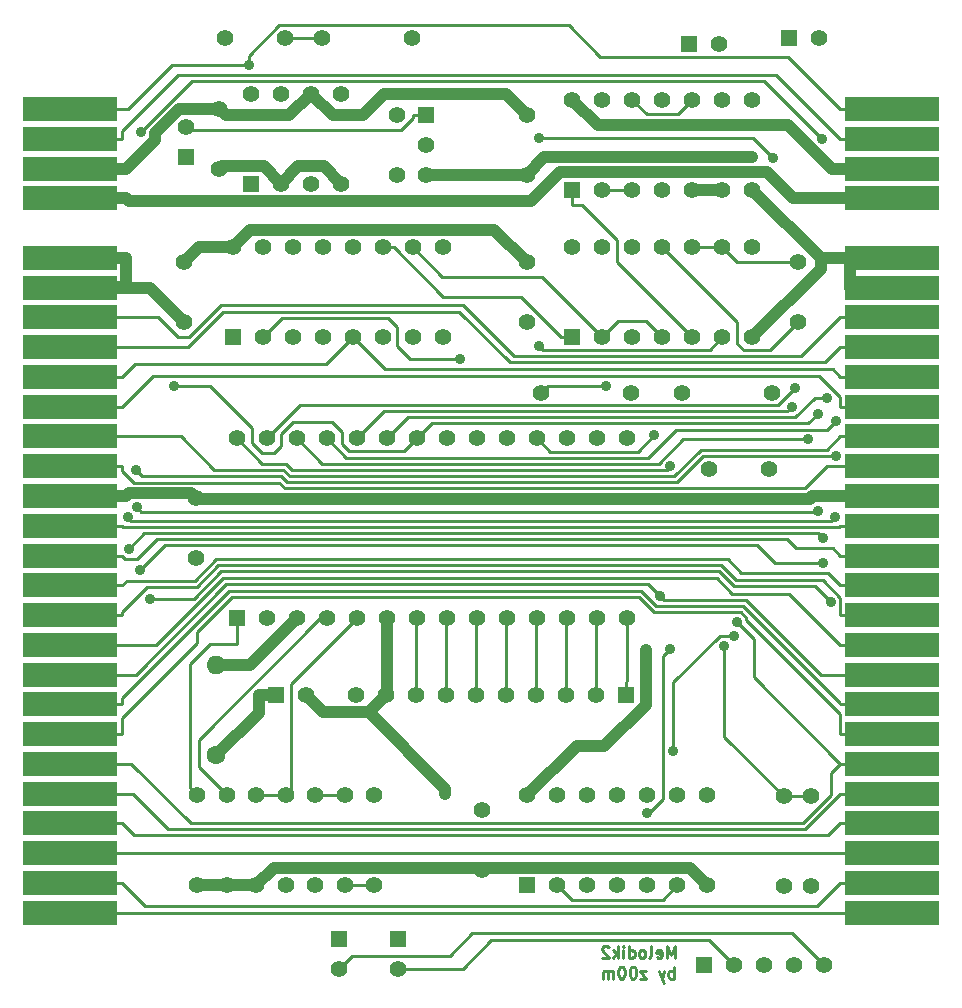
<source format=gbl>
G04 #@! TF.FileFunction,Copper,L2,Bot,Signal*
%FSLAX46Y46*%
G04 Gerber Fmt 4.6, Leading zero omitted, Abs format (unit mm)*
G04 Created by KiCad (PCBNEW 4.0.5) date 02/22/17 12:47:01*
%MOMM*%
%LPD*%
G01*
G04 APERTURE LIST*
%ADD10C,0.150000*%
%ADD11C,0.250000*%
%ADD12C,1.600000*%
%ADD13O,1.600000X1.600000*%
%ADD14R,1.397000X1.397000*%
%ADD15C,1.397000*%
%ADD16C,1.422400*%
%ADD17R,8.000000X2.000000*%
%ADD18C,0.889000*%
%ADD19C,1.016000*%
%ADD20C,1.016000*%
%ADD21C,0.254000*%
G04 APERTURE END LIST*
D10*
D11*
X162027619Y-126367381D02*
X162027619Y-125367381D01*
X161694285Y-126081667D01*
X161360952Y-125367381D01*
X161360952Y-126367381D01*
X160503809Y-126319762D02*
X160599047Y-126367381D01*
X160789524Y-126367381D01*
X160884762Y-126319762D01*
X160932381Y-126224524D01*
X160932381Y-125843571D01*
X160884762Y-125748333D01*
X160789524Y-125700714D01*
X160599047Y-125700714D01*
X160503809Y-125748333D01*
X160456190Y-125843571D01*
X160456190Y-125938810D01*
X160932381Y-126034048D01*
X159884762Y-126367381D02*
X159980000Y-126319762D01*
X160027619Y-126224524D01*
X160027619Y-125367381D01*
X159360952Y-126367381D02*
X159456190Y-126319762D01*
X159503809Y-126272143D01*
X159551428Y-126176905D01*
X159551428Y-125891190D01*
X159503809Y-125795952D01*
X159456190Y-125748333D01*
X159360952Y-125700714D01*
X159218094Y-125700714D01*
X159122856Y-125748333D01*
X159075237Y-125795952D01*
X159027618Y-125891190D01*
X159027618Y-126176905D01*
X159075237Y-126272143D01*
X159122856Y-126319762D01*
X159218094Y-126367381D01*
X159360952Y-126367381D01*
X158170475Y-126367381D02*
X158170475Y-125367381D01*
X158170475Y-126319762D02*
X158265713Y-126367381D01*
X158456190Y-126367381D01*
X158551428Y-126319762D01*
X158599047Y-126272143D01*
X158646666Y-126176905D01*
X158646666Y-125891190D01*
X158599047Y-125795952D01*
X158551428Y-125748333D01*
X158456190Y-125700714D01*
X158265713Y-125700714D01*
X158170475Y-125748333D01*
X157694285Y-126367381D02*
X157694285Y-125700714D01*
X157694285Y-125367381D02*
X157741904Y-125415000D01*
X157694285Y-125462619D01*
X157646666Y-125415000D01*
X157694285Y-125367381D01*
X157694285Y-125462619D01*
X157218095Y-126367381D02*
X157218095Y-125367381D01*
X157122857Y-125986429D02*
X156837142Y-126367381D01*
X156837142Y-125700714D02*
X157218095Y-126081667D01*
X156456190Y-125462619D02*
X156408571Y-125415000D01*
X156313333Y-125367381D01*
X156075237Y-125367381D01*
X155979999Y-125415000D01*
X155932380Y-125462619D01*
X155884761Y-125557857D01*
X155884761Y-125653095D01*
X155932380Y-125795952D01*
X156503809Y-126367381D01*
X155884761Y-126367381D01*
X161980000Y-128117381D02*
X161980000Y-127117381D01*
X161980000Y-127498333D02*
X161884762Y-127450714D01*
X161694285Y-127450714D01*
X161599047Y-127498333D01*
X161551428Y-127545952D01*
X161503809Y-127641190D01*
X161503809Y-127926905D01*
X161551428Y-128022143D01*
X161599047Y-128069762D01*
X161694285Y-128117381D01*
X161884762Y-128117381D01*
X161980000Y-128069762D01*
X161170476Y-127450714D02*
X160932381Y-128117381D01*
X160694285Y-127450714D02*
X160932381Y-128117381D01*
X161027619Y-128355476D01*
X161075238Y-128403095D01*
X161170476Y-128450714D01*
X159646666Y-127450714D02*
X159122856Y-127450714D01*
X159646666Y-128117381D01*
X159122856Y-128117381D01*
X158551428Y-127117381D02*
X158456189Y-127117381D01*
X158360951Y-127165000D01*
X158313332Y-127212619D01*
X158265713Y-127307857D01*
X158218094Y-127498333D01*
X158218094Y-127736429D01*
X158265713Y-127926905D01*
X158313332Y-128022143D01*
X158360951Y-128069762D01*
X158456189Y-128117381D01*
X158551428Y-128117381D01*
X158646666Y-128069762D01*
X158694285Y-128022143D01*
X158741904Y-127926905D01*
X158789523Y-127736429D01*
X158789523Y-127498333D01*
X158741904Y-127307857D01*
X158694285Y-127212619D01*
X158646666Y-127165000D01*
X158551428Y-127117381D01*
X157599047Y-127117381D02*
X157503808Y-127117381D01*
X157408570Y-127165000D01*
X157360951Y-127212619D01*
X157313332Y-127307857D01*
X157265713Y-127498333D01*
X157265713Y-127736429D01*
X157313332Y-127926905D01*
X157360951Y-128022143D01*
X157408570Y-128069762D01*
X157503808Y-128117381D01*
X157599047Y-128117381D01*
X157694285Y-128069762D01*
X157741904Y-128022143D01*
X157789523Y-127926905D01*
X157837142Y-127736429D01*
X157837142Y-127498333D01*
X157789523Y-127307857D01*
X157741904Y-127212619D01*
X157694285Y-127165000D01*
X157599047Y-127117381D01*
X156837142Y-128117381D02*
X156837142Y-127450714D01*
X156837142Y-127545952D02*
X156789523Y-127498333D01*
X156694285Y-127450714D01*
X156551427Y-127450714D01*
X156456189Y-127498333D01*
X156408570Y-127593571D01*
X156408570Y-128117381D01*
X156408570Y-127593571D02*
X156360951Y-127498333D01*
X156265713Y-127450714D01*
X156122856Y-127450714D01*
X156027618Y-127498333D01*
X155979999Y-127593571D01*
X155979999Y-128117381D01*
D12*
X123190000Y-109220000D03*
D13*
X123190000Y-101600000D03*
D14*
X164550000Y-127000000D03*
D15*
X167090000Y-127000000D03*
X169630000Y-127000000D03*
X172170000Y-127000000D03*
X174710000Y-127000000D03*
D14*
X141000000Y-54960000D03*
D15*
X141000000Y-57500000D03*
X141000000Y-60040000D03*
D14*
X171730000Y-48500000D03*
D15*
X174270000Y-48500000D03*
D14*
X157930000Y-104100000D03*
D15*
X155390000Y-104100000D03*
X152850000Y-104100000D03*
X150310000Y-104100000D03*
X147770000Y-104100000D03*
X145230000Y-104100000D03*
X142690000Y-104100000D03*
X140150000Y-104100000D03*
X137610000Y-104100000D03*
X135070000Y-104100000D03*
X139810000Y-48500000D03*
X132190000Y-48500000D03*
X158310000Y-78500000D03*
X150690000Y-78500000D03*
X162690000Y-78500000D03*
X170310000Y-78500000D03*
X171300000Y-120310000D03*
X171300000Y-112690000D03*
X173600000Y-120310000D03*
X173600000Y-112690000D03*
X121600000Y-112590000D03*
X121600000Y-120210000D03*
X124100000Y-112590000D03*
X124100000Y-120210000D03*
X126600000Y-112590000D03*
X126600000Y-120210000D03*
X131600000Y-120210000D03*
X131600000Y-112590000D03*
X134100000Y-120210000D03*
X134100000Y-112590000D03*
X136600000Y-120210000D03*
X136600000Y-112590000D03*
X129100000Y-112590000D03*
X129100000Y-120210000D03*
D16*
X164960000Y-85000000D03*
X170040000Y-85000000D03*
D14*
X126190000Y-60810000D03*
D15*
X128730000Y-60810000D03*
X131270000Y-60810000D03*
X133810000Y-60810000D03*
X133810000Y-53190000D03*
X131270000Y-53190000D03*
X128730000Y-53190000D03*
X126190000Y-53190000D03*
D14*
X124990000Y-97620000D03*
D15*
X127530000Y-97620000D03*
X130070000Y-97620000D03*
X132610000Y-97620000D03*
X135150000Y-97620000D03*
X137690000Y-97620000D03*
X140230000Y-97620000D03*
X142770000Y-97620000D03*
X145310000Y-97620000D03*
X147850000Y-97620000D03*
X150390000Y-97620000D03*
X152930000Y-97620000D03*
X155470000Y-97620000D03*
X158010000Y-97620000D03*
X158010000Y-82380000D03*
X155470000Y-82380000D03*
X152930000Y-82380000D03*
X150390000Y-82380000D03*
X147850000Y-82380000D03*
X145310000Y-82380000D03*
X142770000Y-82380000D03*
X140230000Y-82380000D03*
X137690000Y-82380000D03*
X135150000Y-82380000D03*
X132610000Y-82380000D03*
X130070000Y-82380000D03*
X127530000Y-82380000D03*
X124990000Y-82380000D03*
D14*
X124610000Y-73810000D03*
D15*
X127150000Y-73810000D03*
X129690000Y-73810000D03*
X132230000Y-73810000D03*
X134770000Y-73810000D03*
X137310000Y-73810000D03*
X139850000Y-73810000D03*
X142390000Y-73810000D03*
X142390000Y-66190000D03*
X139850000Y-66190000D03*
X137310000Y-66190000D03*
X134770000Y-66190000D03*
X132230000Y-66190000D03*
X129690000Y-66190000D03*
X127150000Y-66190000D03*
X124610000Y-66190000D03*
D14*
X149580000Y-120210000D03*
D15*
X152120000Y-120210000D03*
X154660000Y-120210000D03*
X157200000Y-120210000D03*
X159740000Y-120210000D03*
X162280000Y-120210000D03*
X164820000Y-120210000D03*
X164820000Y-112590000D03*
X162280000Y-112590000D03*
X159740000Y-112590000D03*
X157200000Y-112590000D03*
X154660000Y-112590000D03*
X152120000Y-112590000D03*
X149580000Y-112590000D03*
D14*
X153380000Y-73810000D03*
D15*
X155920000Y-73810000D03*
X158460000Y-73810000D03*
X161000000Y-73810000D03*
X163540000Y-73810000D03*
X166080000Y-73810000D03*
X168620000Y-73810000D03*
X168620000Y-66190000D03*
X166080000Y-66190000D03*
X163540000Y-66190000D03*
X161000000Y-66190000D03*
X158460000Y-66190000D03*
X155920000Y-66190000D03*
X153380000Y-66190000D03*
D14*
X153380000Y-61310000D03*
D15*
X155920000Y-61310000D03*
X158460000Y-61310000D03*
X161000000Y-61310000D03*
X163540000Y-61310000D03*
X166080000Y-61310000D03*
X168620000Y-61310000D03*
X168620000Y-53690000D03*
X166080000Y-53690000D03*
X163540000Y-53690000D03*
X161000000Y-53690000D03*
X158460000Y-53690000D03*
X155920000Y-53690000D03*
X153380000Y-53690000D03*
X145700000Y-118940000D03*
X145700000Y-113860000D03*
X121500000Y-87460000D03*
X121500000Y-92540000D03*
X120500000Y-72540000D03*
X120500000Y-67460000D03*
X149500000Y-72540000D03*
X149500000Y-67460000D03*
X123500000Y-59540000D03*
X123500000Y-54460000D03*
X149500000Y-60040000D03*
X149500000Y-54960000D03*
X129040000Y-48500000D03*
X123960000Y-48500000D03*
X138500000Y-54960000D03*
X138500000Y-60040000D03*
X172500000Y-72540000D03*
X172500000Y-67460000D03*
D14*
X163230000Y-49000000D03*
D15*
X165770000Y-49000000D03*
D14*
X138600000Y-124730000D03*
D15*
X138600000Y-127270000D03*
D14*
X133600000Y-124730000D03*
D15*
X133600000Y-127270000D03*
D14*
X128270000Y-104140000D03*
D15*
X130810000Y-104140000D03*
D17*
X110860000Y-54500000D03*
X110860000Y-57020000D03*
X110860000Y-59540000D03*
X110860000Y-62060000D03*
X110860000Y-67100000D03*
X110860000Y-69620000D03*
X110860000Y-72140000D03*
X110860000Y-74660000D03*
X110860000Y-77180000D03*
X110860000Y-79700000D03*
X110860000Y-82220000D03*
X110880000Y-84740000D03*
X110860000Y-87260000D03*
X110860000Y-89780000D03*
X110860000Y-92300000D03*
X110860000Y-94820000D03*
X110860000Y-97340000D03*
X110860000Y-99860000D03*
X110860000Y-102380000D03*
X110860000Y-104900000D03*
X110860000Y-107420000D03*
X110860000Y-109940000D03*
X110860000Y-112460000D03*
X110860000Y-114980000D03*
X110860000Y-117500000D03*
X110860000Y-120020000D03*
X110860000Y-122540000D03*
X180450000Y-54500000D03*
X180450000Y-57020000D03*
X180450000Y-59540000D03*
X180450000Y-62060000D03*
X180450000Y-67100000D03*
X180450000Y-69620000D03*
X180450000Y-72140000D03*
X180450000Y-74660000D03*
X180450000Y-77180000D03*
X180450000Y-79700000D03*
X180450000Y-82220000D03*
X180470000Y-84740000D03*
X180450000Y-87260000D03*
X180450000Y-89780000D03*
X180450000Y-92300000D03*
X180450000Y-94820000D03*
X180450000Y-97340000D03*
X180450000Y-99860000D03*
X180450000Y-102380000D03*
X180450000Y-104900000D03*
X180450000Y-107420000D03*
X180450000Y-109940000D03*
X180450000Y-112460000D03*
X180450000Y-114980000D03*
X180450000Y-117500000D03*
X180450000Y-120020000D03*
X180450000Y-122540000D03*
D14*
X120650000Y-58520000D03*
D15*
X120650000Y-55980000D03*
D18*
X175639000Y-89020500D03*
X115718300Y-89063000D03*
X175697800Y-83905500D03*
X116429700Y-85073600D03*
X174587200Y-92916200D03*
X116769500Y-93509100D03*
X174607100Y-90838400D03*
X115825200Y-91716100D03*
X174179800Y-88487800D03*
X116522700Y-88228300D03*
X175242700Y-96253800D03*
X117623100Y-95955200D03*
X160802000Y-95736400D03*
X143853000Y-75680200D03*
X174545300Y-57039200D03*
X116814800Y-56448100D03*
X125995100Y-50775900D03*
X167276600Y-97905000D03*
X161683200Y-84751700D03*
X172243800Y-78145100D03*
X173323300Y-82461800D03*
X175716300Y-80893800D03*
X171974900Y-79691400D03*
X174976200Y-78923500D03*
X119668400Y-77907700D03*
X174150300Y-80300500D03*
X150539900Y-56951500D03*
X170387500Y-58645600D03*
D19*
X142633300Y-112532000D03*
X168607300Y-87483500D03*
X168622300Y-58543300D03*
X159595100Y-100290100D03*
D18*
X156239700Y-77914200D03*
X166253200Y-99935200D03*
X167054700Y-99075400D03*
X161923100Y-108825100D03*
X159740000Y-114115600D03*
X161635300Y-100218100D03*
X160300600Y-82100200D03*
X150593000Y-74594500D03*
D20*
X115833200Y-62270900D02*
X115622300Y-62060000D01*
X149878500Y-62270900D02*
X115833200Y-62270900D01*
X152300300Y-59849100D02*
X149878500Y-62270900D01*
X169884300Y-59849100D02*
X152300300Y-59849100D01*
X172095200Y-62060000D02*
X169884300Y-59849100D01*
X180450000Y-62060000D02*
X172095200Y-62060000D01*
X110860000Y-62060000D02*
X115622300Y-62060000D01*
D21*
X115241300Y-117500000D02*
X176068700Y-117500000D01*
X110860000Y-117500000D02*
X115241300Y-117500000D01*
X180450000Y-117500000D02*
X176068700Y-117500000D01*
X180450000Y-99860000D02*
X176068700Y-99860000D01*
X110860000Y-99860000D02*
X115241300Y-99860000D01*
X171732600Y-95523900D02*
X176068700Y-99860000D01*
X166932800Y-95523900D02*
X171732600Y-95523900D01*
X165589400Y-94180500D02*
X166932800Y-95523900D01*
X123804500Y-94180500D02*
X165589400Y-94180500D01*
X118125100Y-99859900D02*
X123804500Y-94180500D01*
X115241300Y-99859900D02*
X118125100Y-99859900D01*
X115241300Y-99860000D02*
X115241300Y-99859900D01*
X118281500Y-72140000D02*
X110860000Y-72140000D01*
X119952000Y-73810500D02*
X118281500Y-72140000D01*
X120925600Y-73810500D02*
X119952000Y-73810500D01*
X123618700Y-71117400D02*
X120925600Y-73810500D01*
X144107600Y-71117400D02*
X123618700Y-71117400D01*
X148429600Y-75439400D02*
X144107600Y-71117400D01*
X172769300Y-75439400D02*
X148429600Y-75439400D01*
X176068700Y-72140000D02*
X172769300Y-75439400D01*
X180450000Y-72140000D02*
X176068700Y-72140000D01*
X175315100Y-89344400D02*
X175639000Y-89020500D01*
X115999700Y-89344400D02*
X175315100Y-89344400D01*
X115718300Y-89063000D02*
X115999700Y-89344400D01*
X164416000Y-83905500D02*
X175697800Y-83905500D01*
X162235700Y-86085800D02*
X164416000Y-83905500D01*
X129251700Y-86085800D02*
X162235700Y-86085800D01*
X128751500Y-85585600D02*
X129251700Y-86085800D01*
X116941700Y-85585600D02*
X128751500Y-85585600D01*
X116429700Y-85073600D02*
X116941700Y-85585600D01*
X170531500Y-92916200D02*
X174587200Y-92916200D01*
X169046000Y-91430700D02*
X170531500Y-92916200D01*
X118847900Y-91430700D02*
X169046000Y-91430700D01*
X116769500Y-93509100D02*
X118847900Y-91430700D01*
X180470000Y-84740000D02*
X176088700Y-84740000D01*
X110880000Y-84740000D02*
X115261300Y-84740000D01*
X115261300Y-85124000D02*
X115261300Y-84740000D01*
X116269300Y-86132000D02*
X115261300Y-85124000D01*
X128579100Y-86132000D02*
X116269300Y-86132000D01*
X129041200Y-86594100D02*
X128579100Y-86132000D01*
X173109300Y-86594100D02*
X129041200Y-86594100D01*
X174963400Y-84740000D02*
X173109300Y-86594100D01*
X176088700Y-84740000D02*
X174963400Y-84740000D01*
X174166000Y-90397300D02*
X174607100Y-90838400D01*
X117144000Y-90397300D02*
X174166000Y-90397300D01*
X115825200Y-91716100D02*
X117144000Y-90397300D01*
X116869300Y-88574900D02*
X116522700Y-88228300D01*
X174092700Y-88574900D02*
X116869300Y-88574900D01*
X174179800Y-88487800D02*
X174092700Y-88574900D01*
X173898100Y-94909200D02*
X175242700Y-96253800D01*
X167036900Y-94909200D02*
X173898100Y-94909200D01*
X165769900Y-93642200D02*
X167036900Y-94909200D01*
X123623900Y-93642200D02*
X165769900Y-93642200D01*
X121310900Y-95955200D02*
X123623900Y-93642200D01*
X117623100Y-95955200D02*
X121310900Y-95955200D01*
X159787700Y-94722100D02*
X160802000Y-95736400D01*
X124090600Y-94722100D02*
X159787700Y-94722100D01*
X116432700Y-102380000D02*
X124090600Y-94722100D01*
X110860000Y-102380000D02*
X116432700Y-102380000D01*
X174402600Y-102380000D02*
X180450000Y-102380000D01*
X168054800Y-96032200D02*
X174402600Y-102380000D01*
X161097800Y-96032200D02*
X168054800Y-96032200D01*
X160802000Y-95736400D02*
X161097800Y-96032200D01*
X180450000Y-114980000D02*
X176068700Y-114980000D01*
X110860000Y-114980000D02*
X115241300Y-114980000D01*
X175046200Y-116002500D02*
X176068700Y-114980000D01*
X116263800Y-116002500D02*
X175046200Y-116002500D01*
X115241300Y-114980000D02*
X116263800Y-116002500D01*
X139652600Y-75680200D02*
X143853000Y-75680200D01*
X138546600Y-74574200D02*
X139652600Y-75680200D01*
X138546600Y-72977000D02*
X138546600Y-74574200D01*
X137759500Y-72189900D02*
X138546600Y-72977000D01*
X128770100Y-72189900D02*
X137759500Y-72189900D01*
X127150000Y-73810000D02*
X128770100Y-72189900D01*
X115519400Y-92578100D02*
X115241300Y-92300000D01*
X116532600Y-92578100D02*
X115519400Y-92578100D01*
X118205000Y-90905700D02*
X116532600Y-92578100D01*
X171591100Y-90905700D02*
X118205000Y-90905700D01*
X172349800Y-91664400D02*
X171591100Y-90905700D01*
X175433100Y-91664400D02*
X172349800Y-91664400D01*
X176068700Y-92300000D02*
X175433100Y-91664400D01*
X180450000Y-92300000D02*
X176068700Y-92300000D01*
X110860000Y-92300000D02*
X115241300Y-92300000D01*
X180450000Y-74660000D02*
X176068700Y-74660000D01*
X174780900Y-75947800D02*
X176068700Y-74660000D01*
X148091600Y-75947800D02*
X174780900Y-75947800D01*
X143813900Y-71670100D02*
X148091600Y-75947800D01*
X123823700Y-71670100D02*
X143813900Y-71670100D01*
X120833800Y-74660000D02*
X123823700Y-71670100D01*
X110860000Y-74660000D02*
X120833800Y-74660000D01*
X180450000Y-77180000D02*
X176068700Y-77180000D01*
X110860000Y-77180000D02*
X115241300Y-77180000D01*
X137479000Y-76519000D02*
X134770000Y-73810000D01*
X175407700Y-76519000D02*
X137479000Y-76519000D01*
X176068700Y-77180000D02*
X175407700Y-76519000D01*
X116362700Y-76058600D02*
X115241300Y-77180000D01*
X132521400Y-76058600D02*
X116362700Y-76058600D01*
X134770000Y-73810000D02*
X132521400Y-76058600D01*
X115241300Y-122540000D02*
X176068700Y-122540000D01*
X110860000Y-122540000D02*
X115241300Y-122540000D01*
X180450000Y-122540000D02*
X176068700Y-122540000D01*
X180450000Y-57020000D02*
X176068700Y-57020000D01*
X110860000Y-57020000D02*
X115241300Y-57020000D01*
X115241300Y-56323800D02*
X115241300Y-57020000D01*
X119963300Y-51601800D02*
X115241300Y-56323800D01*
X170650500Y-51601800D02*
X119963300Y-51601800D01*
X176068700Y-57020000D02*
X170650500Y-51601800D01*
X121152800Y-52110100D02*
X116814800Y-56448100D01*
X169616200Y-52110100D02*
X121152800Y-52110100D01*
X174545300Y-57039200D02*
X169616200Y-52110100D01*
X180450000Y-54500000D02*
X176068700Y-54500000D01*
X119464100Y-50775900D02*
X125995100Y-50775900D01*
X115740000Y-54500000D02*
X119464100Y-50775900D01*
X110860000Y-54500000D02*
X115740000Y-54500000D01*
X125995100Y-49997000D02*
X125995100Y-50775900D01*
X128582300Y-47409800D02*
X125995100Y-49997000D01*
X153071000Y-47409800D02*
X128582300Y-47409800D01*
X155741000Y-50079800D02*
X153071000Y-47409800D01*
X171648500Y-50079800D02*
X155741000Y-50079800D01*
X176068700Y-54500000D02*
X171648500Y-50079800D01*
X180450000Y-79700000D02*
X176068700Y-79700000D01*
X110860000Y-79700000D02*
X115241300Y-79700000D01*
X117866100Y-77075200D02*
X115241300Y-79700000D01*
X174295800Y-77075200D02*
X117866100Y-77075200D01*
X176068700Y-78848100D02*
X174295800Y-77075200D01*
X176068700Y-79700000D02*
X176068700Y-78848100D01*
X180450000Y-82220000D02*
X176068700Y-82220000D01*
X174942200Y-83346500D02*
X176068700Y-82220000D01*
X164256200Y-83346500D02*
X174942200Y-83346500D01*
X162025200Y-85577500D02*
X164256200Y-83346500D01*
X129462200Y-85577500D02*
X162025200Y-85577500D01*
X128909000Y-85024300D02*
X129462200Y-85577500D01*
X123062000Y-85024300D02*
X128909000Y-85024300D01*
X120257700Y-82220000D02*
X123062000Y-85024300D01*
X110860000Y-82220000D02*
X120257700Y-82220000D01*
X116138700Y-112460000D02*
X110860000Y-112460000D01*
X119172800Y-115494100D02*
X116138700Y-112460000D01*
X173097500Y-115494100D02*
X119172800Y-115494100D01*
X176068700Y-112522900D02*
X173097500Y-115494100D01*
X176068700Y-112460000D02*
X176068700Y-112522900D01*
X180450000Y-112460000D02*
X176068700Y-112460000D01*
X180450000Y-109940000D02*
X176195800Y-109940000D01*
X176195800Y-109940000D02*
X176068800Y-109940000D01*
X168737000Y-99365400D02*
X167276600Y-97905000D01*
X168737000Y-102608200D02*
X168737000Y-99365400D01*
X176068800Y-109940000D02*
X168737000Y-102608200D01*
X116014000Y-109940000D02*
X110860000Y-109940000D01*
X121059700Y-114985700D02*
X116014000Y-109940000D01*
X172886900Y-114985700D02*
X121059700Y-114985700D01*
X175300000Y-112572600D02*
X172886900Y-114985700D01*
X175300000Y-110708800D02*
X175300000Y-112572600D01*
X176068800Y-109940000D02*
X175300000Y-110708800D01*
X180450000Y-107420000D02*
X176068700Y-107420000D01*
X110860000Y-107420000D02*
X115241300Y-107420000D01*
X115241300Y-106083900D02*
X115241300Y-107420000D01*
X121611600Y-99713600D02*
X115241300Y-106083900D01*
X121611600Y-98764800D02*
X121611600Y-99713600D01*
X124559000Y-95817400D02*
X121611600Y-98764800D01*
X158996400Y-95817400D02*
X124559000Y-95817400D01*
X160249500Y-97070500D02*
X158996400Y-95817400D01*
X167619000Y-97070500D02*
X160249500Y-97070500D01*
X168102400Y-97553900D02*
X167619000Y-97070500D01*
X168102400Y-97759400D02*
X168102400Y-97553900D01*
X176068700Y-105725700D02*
X168102400Y-97759400D01*
X176068700Y-107420000D02*
X176068700Y-105725700D01*
X180450000Y-104900000D02*
X176068700Y-104900000D01*
X110860000Y-104900000D02*
X115241300Y-104900000D01*
X176068700Y-104801400D02*
X176068700Y-104900000D01*
X167829500Y-96562200D02*
X176068700Y-104801400D01*
X160460000Y-96562200D02*
X167829500Y-96562200D01*
X159195400Y-95297600D02*
X160460000Y-96562200D01*
X124344100Y-95297600D02*
X159195400Y-95297600D01*
X115241300Y-104400400D02*
X124344100Y-95297600D01*
X115241300Y-104900000D02*
X115241300Y-104400400D01*
X117211100Y-121989800D02*
X115241300Y-120020000D01*
X174098900Y-121989800D02*
X117211100Y-121989800D01*
X176068700Y-120020000D02*
X174098900Y-121989800D01*
X180450000Y-120020000D02*
X176068700Y-120020000D01*
X110860000Y-120020000D02*
X115241300Y-120020000D01*
X161410700Y-85024200D02*
X161683200Y-84751700D01*
X129627700Y-85024200D02*
X161410700Y-85024200D01*
X129119400Y-84515900D02*
X129627700Y-85024200D01*
X127125900Y-84515900D02*
X129119400Y-84515900D01*
X124990000Y-82380000D02*
X127125900Y-84515900D01*
X170804200Y-79584700D02*
X172243800Y-78145100D01*
X130325300Y-79584700D02*
X170804200Y-79584700D01*
X127530000Y-82380000D02*
X130325300Y-79584700D01*
X162784200Y-82461800D02*
X173323300Y-82461800D01*
X160730200Y-84515800D02*
X162784200Y-82461800D01*
X132205800Y-84515800D02*
X160730200Y-84515800D01*
X130070000Y-82380000D02*
X132205800Y-84515800D01*
X134237400Y-84007400D02*
X132610000Y-82380000D01*
X159774100Y-84007400D02*
X134237400Y-84007400D01*
X162145500Y-81636000D02*
X159774100Y-84007400D01*
X174974100Y-81636000D02*
X162145500Y-81636000D01*
X175716300Y-80893800D02*
X174974100Y-81636000D01*
X171573200Y-80093100D02*
X171974900Y-79691400D01*
X137436900Y-80093100D02*
X171573200Y-80093100D01*
X135150000Y-82380000D02*
X137436900Y-80093100D01*
X139464400Y-80605600D02*
X137690000Y-82380000D01*
X172228800Y-80605600D02*
X139464400Y-80605600D01*
X173910900Y-78923500D02*
X172228800Y-80605600D01*
X174976200Y-78923500D02*
X173910900Y-78923500D01*
X122685100Y-77907700D02*
X119668400Y-77907700D01*
X126260000Y-81482600D02*
X122685100Y-77907700D01*
X126260000Y-82777800D02*
X126260000Y-81482600D01*
X127117600Y-83635400D02*
X126260000Y-82777800D01*
X128154500Y-83635400D02*
X127117600Y-83635400D01*
X128729100Y-83060800D02*
X128154500Y-83635400D01*
X128729100Y-81983800D02*
X128729100Y-83060800D01*
X129703400Y-81009500D02*
X128729100Y-81983800D01*
X133048600Y-81009500D02*
X129703400Y-81009500D01*
X133867000Y-81827900D02*
X133048600Y-81009500D01*
X133867000Y-82884800D02*
X133867000Y-81827900D01*
X134447100Y-83464900D02*
X133867000Y-82884800D01*
X139145100Y-83464900D02*
X134447100Y-83464900D01*
X140230000Y-82380000D02*
X139145100Y-83464900D01*
X173336900Y-81113900D02*
X174150300Y-80300500D01*
X141496100Y-81113900D02*
X173336900Y-81113900D01*
X140230000Y-82380000D02*
X141496100Y-81113900D01*
X168693400Y-56951500D02*
X170387500Y-58645600D01*
X150539900Y-56951500D02*
X168693400Y-56951500D01*
X180450000Y-97340000D02*
X176068700Y-97340000D01*
X110860000Y-97340000D02*
X115241300Y-97340000D01*
X176068700Y-95880300D02*
X176068700Y-97340000D01*
X174589200Y-94400800D02*
X176068700Y-95880300D01*
X167247300Y-94400800D02*
X174589200Y-94400800D01*
X165979100Y-93132600D02*
X167247300Y-94400800D01*
X123414500Y-93132600D02*
X165979100Y-93132600D01*
X121560800Y-94986300D02*
X123414500Y-93132600D01*
X117371400Y-94986300D02*
X121560800Y-94986300D01*
X115241300Y-97116400D02*
X117371400Y-94986300D01*
X115241300Y-97340000D02*
X115241300Y-97116400D01*
X115634400Y-94426900D02*
X115241300Y-94820000D01*
X121401200Y-94426900D02*
X115634400Y-94426900D01*
X123203900Y-92624200D02*
X121401200Y-94426900D01*
X166548900Y-92624200D02*
X123203900Y-92624200D01*
X167668300Y-93743600D02*
X166548900Y-92624200D01*
X174992300Y-93743600D02*
X167668300Y-93743600D01*
X176068700Y-94820000D02*
X174992300Y-93743600D01*
X180450000Y-94820000D02*
X176068700Y-94820000D01*
X110860000Y-94820000D02*
X115241300Y-94820000D01*
X115350200Y-89888900D02*
X115241300Y-89780000D01*
X175959800Y-89888900D02*
X115350200Y-89888900D01*
X176068700Y-89780000D02*
X175959800Y-89888900D01*
X180450000Y-89780000D02*
X176068700Y-89780000D01*
X110860000Y-89780000D02*
X115241300Y-89780000D01*
D20*
X176870000Y-69620000D02*
X176870000Y-67100000D01*
X174410000Y-68020000D02*
X174410000Y-67100000D01*
X168620000Y-73810000D02*
X174410000Y-68020000D01*
X176870000Y-67100000D02*
X174410000Y-67100000D01*
X174410000Y-67100000D02*
X168620000Y-61310000D01*
X137690000Y-104020000D02*
X137610000Y-104100000D01*
X137690000Y-97620000D02*
X137690000Y-104020000D01*
X132237500Y-105567500D02*
X136142500Y-105567500D01*
X130810000Y-104140000D02*
X132237500Y-105567500D01*
X136142500Y-105567500D02*
X137610000Y-104100000D01*
X142633300Y-112058300D02*
X142633300Y-112532000D01*
X136142500Y-105567500D02*
X142633300Y-112058300D01*
X115622300Y-68421800D02*
X115622300Y-67100000D01*
X115620000Y-69600000D02*
X115622300Y-68421800D01*
X113380000Y-69620000D02*
X115620000Y-69600000D01*
X117580000Y-69620000D02*
X113380000Y-69620000D01*
X120500000Y-72540000D02*
X117580000Y-69620000D01*
X113380000Y-69620000D02*
X110860000Y-69620000D01*
X110860000Y-67100000D02*
X115622300Y-67100000D01*
X127269100Y-59349100D02*
X128730000Y-60810000D01*
X123690900Y-59349100D02*
X127269100Y-59349100D01*
X123500000Y-59540000D02*
X123690900Y-59349100D01*
X124100000Y-120210000D02*
X121600000Y-120210000D01*
X180450000Y-87260000D02*
X175687700Y-87260000D01*
X173477500Y-87483500D02*
X168607300Y-87483500D01*
X173701000Y-87260000D02*
X173477500Y-87483500D01*
X175687700Y-87260000D02*
X173701000Y-87260000D01*
X130190900Y-59349100D02*
X128730000Y-60810000D01*
X132349100Y-59349100D02*
X130190900Y-59349100D01*
X133810000Y-60810000D02*
X132349100Y-59349100D01*
X145890900Y-118749100D02*
X145700000Y-118940000D01*
X163359100Y-118749100D02*
X145890900Y-118749100D01*
X164820000Y-120210000D02*
X163359100Y-118749100D01*
X141000000Y-60040000D02*
X149500000Y-60040000D01*
X150996700Y-58543300D02*
X168622300Y-58543300D01*
X149500000Y-60040000D02*
X150996700Y-58543300D01*
X121523500Y-87483500D02*
X168607300Y-87483500D01*
X121500000Y-87460000D02*
X121523500Y-87483500D01*
X121061400Y-87021400D02*
X121500000Y-87460000D01*
X115860900Y-87021400D02*
X121061400Y-87021400D01*
X115622300Y-87260000D02*
X115860900Y-87021400D01*
X110860000Y-87260000D02*
X115622300Y-87260000D01*
X128076300Y-118733700D02*
X126600000Y-120210000D01*
X145493700Y-118733700D02*
X128076300Y-118733700D01*
X145700000Y-118940000D02*
X145493700Y-118733700D01*
X126600000Y-120210000D02*
X124100000Y-120210000D01*
X166080000Y-61310000D02*
X163540000Y-61310000D01*
X147742500Y-53202500D02*
X149500000Y-54960000D01*
X137437000Y-53202500D02*
X147742500Y-53202500D01*
X135638600Y-55000900D02*
X137437000Y-53202500D01*
X133080900Y-55000900D02*
X135638600Y-55000900D01*
X131270000Y-53190000D02*
X133080900Y-55000900D01*
X180450000Y-59540000D02*
X175687700Y-59540000D01*
X126809200Y-105600800D02*
X126809200Y-104140000D01*
X123190000Y-109220000D02*
X126809200Y-105600800D01*
X128270000Y-104140000D02*
X126809200Y-104140000D01*
X124073900Y-55033900D02*
X123500000Y-54460000D01*
X129426100Y-55033900D02*
X124073900Y-55033900D01*
X131270000Y-53190000D02*
X129426100Y-55033900D01*
X110860000Y-59540000D02*
X115622300Y-59540000D01*
X126070900Y-64729100D02*
X124610000Y-66190000D01*
X146769100Y-64729100D02*
X126070900Y-64729100D01*
X149500000Y-67460000D02*
X146769100Y-64729100D01*
X121770000Y-66190000D02*
X120500000Y-67460000D01*
X124610000Y-66190000D02*
X121770000Y-66190000D01*
X175339500Y-59540000D02*
X175687700Y-59540000D01*
X171660400Y-55860900D02*
X175339500Y-59540000D01*
X155550900Y-55860900D02*
X171660400Y-55860900D01*
X153380000Y-53690000D02*
X155550900Y-55860900D01*
X120074100Y-54460000D02*
X123500000Y-54460000D01*
X118021600Y-56512500D02*
X120074100Y-54460000D01*
X118021600Y-57140700D02*
X118021600Y-56512500D01*
X115622300Y-59540000D02*
X118021600Y-57140700D01*
X159595100Y-104921400D02*
X159595100Y-100290100D01*
X156091200Y-108425300D02*
X159595100Y-104921400D01*
X153744700Y-108425300D02*
X156091200Y-108425300D01*
X149580000Y-112590000D02*
X153744700Y-108425300D01*
D21*
X151275800Y-77914200D02*
X150690000Y-78500000D01*
X156239700Y-77914200D02*
X151275800Y-77914200D01*
X167350000Y-72540000D02*
X161000000Y-66190000D01*
X167350000Y-74393900D02*
X167350000Y-72540000D01*
X167879100Y-74923000D02*
X167350000Y-74393900D01*
X170117000Y-74923000D02*
X167879100Y-74923000D01*
X172500000Y-72540000D02*
X170117000Y-74923000D01*
X163540000Y-66190000D02*
X166080000Y-66190000D01*
X167350000Y-67460000D02*
X166080000Y-66190000D01*
X172500000Y-67460000D02*
X167350000Y-67460000D01*
X134679900Y-126190100D02*
X133600000Y-127270000D01*
X143000300Y-126190100D02*
X134679900Y-126190100D01*
X144892600Y-124297800D02*
X143000300Y-126190100D01*
X172007800Y-124297800D02*
X144892600Y-124297800D01*
X174710000Y-127000000D02*
X172007800Y-124297800D01*
X134100000Y-112590000D02*
X131600000Y-112590000D01*
X164976100Y-124886100D02*
X167090000Y-127000000D01*
X146498600Y-124886100D02*
X164976100Y-124886100D01*
X144114700Y-127270000D02*
X146498600Y-124886100D01*
X138600000Y-127270000D02*
X144114700Y-127270000D01*
X129040000Y-48500000D02*
X132190000Y-48500000D01*
D20*
X126090000Y-101600000D02*
X130070000Y-97620000D01*
X123190000Y-101600000D02*
X126090000Y-101600000D01*
D21*
X158010000Y-102940200D02*
X157930000Y-103020200D01*
X158010000Y-97620000D02*
X158010000Y-102940200D01*
X157930000Y-104100000D02*
X157930000Y-103020200D01*
X155390000Y-97700000D02*
X155390000Y-104100000D01*
X155470000Y-97620000D02*
X155390000Y-97700000D01*
X152850000Y-97700000D02*
X152850000Y-104100000D01*
X152930000Y-97620000D02*
X152850000Y-97700000D01*
X150310000Y-97700000D02*
X150310000Y-104100000D01*
X150390000Y-97620000D02*
X150310000Y-97700000D01*
X147770000Y-97700000D02*
X147770000Y-104100000D01*
X147850000Y-97620000D02*
X147770000Y-97700000D01*
X145230000Y-97700000D02*
X145230000Y-104100000D01*
X145310000Y-97620000D02*
X145230000Y-97700000D01*
X142690000Y-97700000D02*
X142690000Y-104100000D01*
X142770000Y-97620000D02*
X142690000Y-97700000D01*
X140150000Y-97700000D02*
X140150000Y-104100000D01*
X140230000Y-97620000D02*
X140150000Y-97700000D01*
X120963500Y-56293500D02*
X120650000Y-55980000D01*
X138911700Y-56293500D02*
X120963500Y-56293500D01*
X139920200Y-55285000D02*
X138911700Y-56293500D01*
X139920200Y-54960000D02*
X139920200Y-55285000D01*
X141000000Y-54960000D02*
X139920200Y-54960000D01*
X173600000Y-112690000D02*
X171300000Y-112690000D01*
X166253200Y-107643200D02*
X166253200Y-99935200D01*
X171300000Y-112690000D02*
X166253200Y-107643200D01*
X161923100Y-103028800D02*
X161923100Y-108825100D01*
X165876500Y-99075400D02*
X161923100Y-103028800D01*
X167054700Y-99075400D02*
X165876500Y-99075400D01*
X136600000Y-120210000D02*
X134100000Y-120210000D01*
X121023000Y-112013000D02*
X121600000Y-112590000D01*
X121023000Y-101486300D02*
X121023000Y-112013000D01*
X122689500Y-99819800D02*
X121023000Y-101486300D01*
X124990000Y-99819800D02*
X122689500Y-99819800D01*
X124990000Y-97620000D02*
X124990000Y-99819800D01*
X121727900Y-110217900D02*
X124100000Y-112590000D01*
X121727900Y-107928800D02*
X121727900Y-110217900D01*
X132036700Y-97620000D02*
X121727900Y-107928800D01*
X132610000Y-97620000D02*
X132036700Y-97620000D01*
X129590200Y-112099800D02*
X129100000Y-112590000D01*
X129590200Y-103179800D02*
X129590200Y-112099800D01*
X135150000Y-97620000D02*
X129590200Y-103179800D01*
X129100000Y-112590000D02*
X126600000Y-112590000D01*
X159841500Y-114115600D02*
X159740000Y-114115600D01*
X161078700Y-112878400D02*
X159841500Y-114115600D01*
X161078700Y-100774700D02*
X161078700Y-112878400D01*
X161635300Y-100218100D02*
X161078700Y-100774700D01*
X151508900Y-83498900D02*
X150390000Y-82380000D01*
X158901900Y-83498900D02*
X151508900Y-83498900D01*
X160300600Y-82100200D02*
X158901900Y-83498900D01*
X150888400Y-74889900D02*
X150593000Y-74594500D01*
X165000100Y-74889900D02*
X150888400Y-74889900D01*
X166080000Y-73810000D02*
X165000100Y-74889900D01*
X157279800Y-72450200D02*
X155920000Y-73810000D01*
X159640200Y-72450200D02*
X157279800Y-72450200D01*
X161000000Y-73810000D02*
X159640200Y-72450200D01*
X142383500Y-68723500D02*
X139850000Y-66190000D01*
X150833500Y-68723500D02*
X142383500Y-68723500D01*
X155920000Y-73810000D02*
X150833500Y-68723500D01*
X138242900Y-66190000D02*
X137310000Y-66190000D01*
X142422700Y-70369800D02*
X138242900Y-66190000D01*
X149000000Y-70369800D02*
X142422700Y-70369800D01*
X152440200Y-73810000D02*
X149000000Y-70369800D01*
X153380000Y-73810000D02*
X152440200Y-73810000D01*
X157190000Y-67460000D02*
X163540000Y-73810000D01*
X157190000Y-65599900D02*
X157190000Y-67460000D01*
X154229900Y-62639800D02*
X157190000Y-65599900D01*
X153380000Y-62639800D02*
X154229900Y-62639800D01*
X153380000Y-61310000D02*
X153380000Y-62639800D01*
X158460000Y-61310000D02*
X155920000Y-61310000D01*
X162328500Y-54901500D02*
X163540000Y-53690000D01*
X159671500Y-54901500D02*
X162328500Y-54901500D01*
X158460000Y-53690000D02*
X159671500Y-54901500D01*
X153371800Y-121461800D02*
X152120000Y-120210000D01*
X161028200Y-121461800D02*
X153371800Y-121461800D01*
X162280000Y-120210000D02*
X161028200Y-121461800D01*
M02*

</source>
